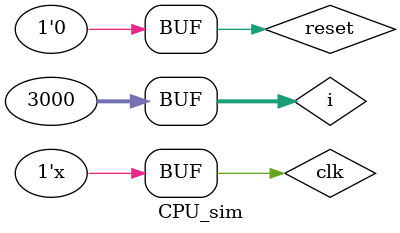
<source format=v>
`timescale 1ns / 1ps


module CPU_sim;
	// Inputs
	reg clk;
	reg reset;

	// Instantiate the Unit Under Test (UUT)
	CPU uut (
		.clk(clk), 
		.reset(reset)
	);

	initial begin
		// Initialize Inputs
		clk = 1;
		reset=1;#15;
		reset=0;

	end
	
	integer i;
	always@*begin
		for(i =0;i<3000;i=i+1)begin
			clk = ~clk;
			#10;
		end
	end
endmodule


</source>
